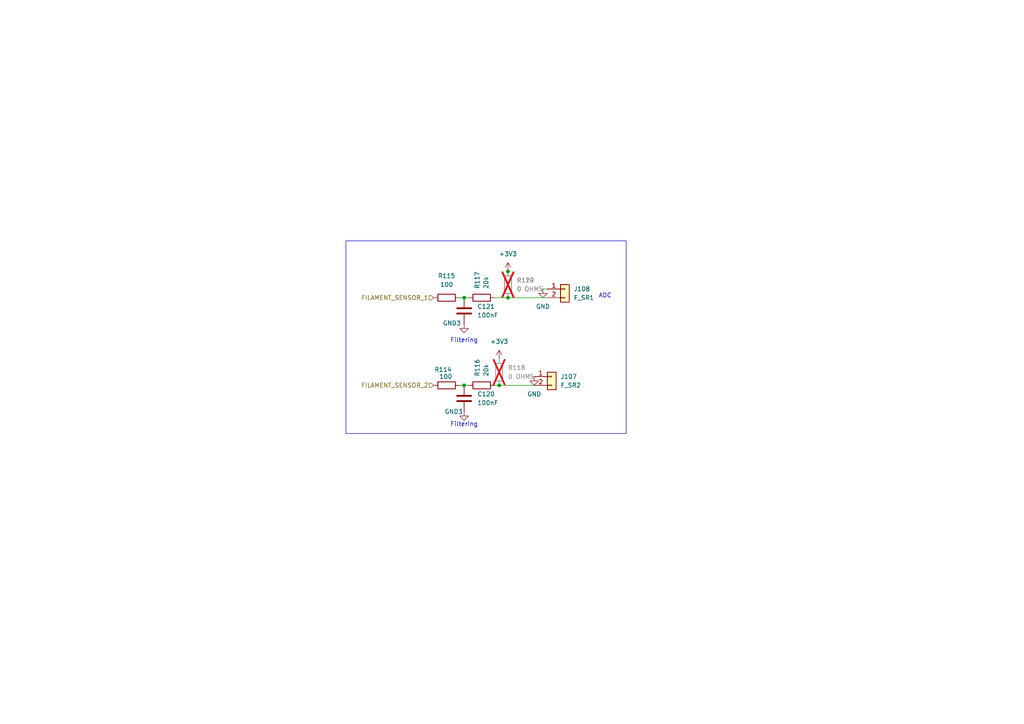
<source format=kicad_sch>
(kicad_sch (version 20250114) (generator "eeschema") (generator_version "9.0")
  (paper "A4")
  (lib_symbols
    (symbol "Connector_Generic:Conn_01x02" (pin_names (offset 1.016) (hide yes))
      (property "Reference" "J" (at 0 2.54 0))
      (property "Value" "Conn_01x02" (at 0 -5.08 0))
      (symbol "Conn_01x02_1_1"
        (rectangle (start -1.27 1.27) (end 1.27 -3.81) (stroke (width 0.254)) (fill (type background)))
        (rectangle (start -1.27 0.127) (end 0 -0.127) (stroke (width 0.1524)))
        (rectangle (start -1.27 -2.413) (end 0 -2.667) (stroke (width 0.1524)))
        (pin passive line (at -5.08 0 0) (length 3.81) (name "Pin_1") (number "1"))
        (pin passive line (at -5.08 -2.54 0) (length 3.81) (name "Pin_2") (number "2"))
      )
    )
    (symbol "Device:C" (pin_numbers (hide yes)) (pin_names (offset 0.254))
      (property "Reference" "C" (at 0.635 2.54 0))
      (property "Value" "C" (at 0.635 -2.54 0))
      (symbol "C_0_1"
        (polyline (pts (xy -2.032 0.762) (xy 2.032 0.762)) (stroke (width 0.508)))
        (polyline (pts (xy -2.032 -0.762) (xy 2.032 -0.762)) (stroke (width 0.508)))
      )
      (symbol "C_1_1"
        (pin passive line (at 0 3.81 270) (length 2.794) (name "~") (number "1"))
        (pin passive line (at 0 -3.81 90) (length 2.794) (name "~") (number "2"))
      )
    )
    (symbol "Device:R" (pin_numbers (hide yes)) (pin_names (offset 0))
      (property "Reference" "R" (at 2.032 0 90))
      (property "Value" "R" (at 0 0 90))
      (symbol "R_0_1"
        (rectangle (start -1.016 -2.54) (end 1.016 2.54) (stroke (width 0.254)))
      )
      (symbol "R_1_1"
        (pin passive line (at 0 3.81 270) (length 1.27) (name "~") (number "1"))
        (pin passive line (at 0 -3.81 90) (length 1.27) (name "~") (number "2"))
      )
    )
    (symbol "power:+3V3" (power) (pin_numbers (hide yes)) (pin_names (offset 0) (hide yes))
      (property "Value" "+3V3" (at 0 3.556 0))
      (symbol "+3V3_0_1"
        (polyline (pts (xy -0.762 1.27) (xy 0 2.54)))
        (polyline (pts (xy 0 2.54) (xy 0.762 1.27)))
        (polyline (pts (xy 0 0) (xy 0 2.54)))
      )
      (symbol "+3V3_1_1"
        (pin power_in line (at 0 0 90) (length 0) (name "~") (number "1"))
      )
    )
    (symbol "power:GND" (power) (pin_numbers (hide yes)) (pin_names (offset 0) (hide yes))
      (property "Value" "GND" (at 0 -3.81 0))
      (symbol "GND_0_1"
        (polyline (pts (xy 0 0) (xy 0 -1.27) (xy 1.27 -1.27) (xy 0 -2.54) (xy -1.27 -1.27) (xy 0 -1.27)))
      )
      (symbol "GND_1_1"
        (pin power_in line (at 0 0 270) (length 0) (name "~") (number "1"))
      )
    )
    (symbol "power:GND3" (power) (pin_numbers (hide yes)) (pin_names (offset 0) (hide yes))
      (property "Value" "GND3" (at 0 -3.81 0))
      (symbol "GND3_0_1"
        (polyline (pts (xy 0 0) (xy 0 -1.27) (xy 1.27 -1.27) (xy 0 -2.54) (xy -1.27 -1.27) (xy 0 -1.27)))
      )
      (symbol "GND3_1_1"
        (pin power_in line (at 0 0 270) (length 0) (name "~") (number "1"))
      )
    )
  )
  (rectangle (start 100.33 69.85) (end 181.61 125.73))
  (text "Filtering" (at 134.62 98.806 0) (effects (font (size 1.27 1.27))))
  (text "Filtering" (at 134.62 123.19 0) (effects (font (size 1.27 1.27))))
  (text "ADC" (at 175.514 85.852 0) (effects (font (size 1.27 1.27))))
  (junction (at 144.78 111.76))
  (junction (at 147.32 86.36))
  (junction (at 147.32 78.74))
  (junction (at 134.62 111.76))
  (junction (at 134.62 86.36))
  (wire (pts (xy 133.35 111.76) (xy 134.62 111.76)))
  (wire (pts (xy 134.62 86.36) (xy 135.89 86.36)))
  (wire (pts (xy 157.48 83.82) (xy 158.75 83.82)))
  (wire (pts (xy 134.62 111.76) (xy 135.89 111.76)))
  (wire (pts (xy 144.78 111.76) (xy 154.94 111.76)))
  (wire (pts (xy 133.35 86.36) (xy 134.62 86.36)))
  (wire (pts (xy 147.32 86.36) (xy 158.75 86.36)))
  (wire (pts (xy 143.51 111.76) (xy 144.78 111.76)))
  (wire (pts (xy 143.51 86.36) (xy 147.32 86.36)))
  (hierarchical_label "FILAMENT_SENSOR_1" (shape input) (at 125.73 86.36 180))
  (hierarchical_label "FILAMENT_SENSOR_2" (shape input) (at 125.73 111.76 180))
  (symbol (lib_id "power:GND3") (at 134.62 93.98 0) (unit 1)
    (property "Reference" "#PWR0140" (effects (hide yes)))
    (property "Value" "GND3" (at 131.064 93.726 0))
    (property "Description" "Power symbol creates a global label with name \"GND3\" , ground" (effects (hide yes)))
  )
  (symbol (lib_id "Device:C") (at 134.62 90.17 0) (unit 1)
    (property "Reference" "C121" (at 138.43 88.8999 0) (effects (justify left)))
    (property "Value" "100nF" (at 138.43 91.4399 0) (effects (justify left)))
    (property "Footprint" "Capacitor_SMD:C_0402_1005Metric" (effects (hide yes)))
    (property "Description" "Unpolarized capacitor" (effects (hide yes)))
  )
  (symbol (lib_id "Device:R") (at 129.54 86.36 90) (unit 1)
    (property "Reference" "R115" (at 129.54 80.01 90))
    (property "Value" "100" (at 129.54 82.55 90))
    (property "Footprint" "Resistor_SMD:R_0402_1005Metric" (effects (hide yes)))
    (property "Description" "Resistor" (effects (hide yes)))
  )
  (symbol (lib_id "Connector_Generic:Conn_01x02") (at 163.83 83.82 0) (unit 1) (in_bom no)
    (property "Reference" "J108" (at 166.37 83.8199 0) (effects (justify left)))
    (property "Value" "F_SR1" (at 166.37 86.3599 0) (effects (justify left)))
    (property "Footprint" "Connector_JST:JST_PH_B2B-PH-K_1x02_P2.00mm_Vertical" (effects (hide yes)))
    (property "Description" "Generic connector, single row, 01x02, script generated (kicad-library-utils/schlib/autogen/connector/)" (effects (hide yes)))
  )
  (symbol (lib_id "power:GND") (at 154.94 109.22 0) (unit 1)
    (property "Reference" "#PWR0143" (effects (hide yes)))
    (property "Value" "GND" (at 154.94 114.3 0))
    (property "Description" "Power symbol creates a global label with name \"GND\" , ground" (effects (hide yes)))
  )
  (symbol (lib_id "power:GND3") (at 134.62 119.38 0) (unit 1)
    (property "Reference" "#PWR0139" (effects (hide yes)))
    (property "Value" "GND3" (at 131.572 119.38 0))
    (property "Description" "Power symbol creates a global label with name \"GND3\" , ground" (effects (hide yes)))
  )
  (symbol (lib_id "power:+3V3") (at 147.32 78.74 0) (unit 1)
    (property "Reference" "#PWR0142" (effects (hide yes)))
    (property "Value" "+3V3" (at 147.32 73.66 0))
    (property "Description" "Power symbol creates a global label with name \"+3V3\"" (effects (hide yes)))
  )
  (symbol (lib_id "power:GND") (at 157.48 83.82 0) (unit 1)
    (property "Reference" "#PWR0144" (effects (hide yes)))
    (property "Value" "GND" (at 157.48 88.9 0))
    (property "Description" "Power symbol creates a global label with name \"GND\" , ground" (effects (hide yes)))
  )
  (symbol (lib_id "Device:R") (at 147.32 82.55 0) (unit 1) (exclude_from_sim yes) (in_bom no) (on_board no) (dnp yes)
    (property "Reference" "R119" (at 149.86 81.2799 0) (effects (justify left)))
    (property "Value" "0 OHMS" (at 149.86 83.8199 0) (effects (justify left)))
    (property "Description" "Resistor" (effects (hide yes)))
  )
  (symbol (lib_id "Device:R") (at 129.54 111.76 90) (unit 1)
    (property "Reference" "R114" (at 128.524 107.188 90))
    (property "Value" "100" (at 129.286 109.22 90))
    (property "Footprint" "Resistor_SMD:R_0402_1005Metric" (effects (hide yes)))
    (property "Description" "Resistor" (effects (hide yes)))
  )
  (symbol (lib_id "Device:R") (at 139.7 86.36 90) (unit 1)
    (property "Reference" "R117" (at 138.4299 83.82 0) (effects (justify left)))
    (property "Value" "20k" (at 140.9699 83.82 0) (effects (justify left)))
    (property "Footprint" "Resistor_SMD:R_0402_1005Metric" (effects (hide yes)))
    (property "Description" "Resistor" (effects (hide yes)))
  )
  (symbol (lib_id "power:+3V3") (at 144.78 104.14 0) (unit 1)
    (property "Reference" "#PWR0141" (effects (hide yes)))
    (property "Value" "+3V3" (at 144.78 99.06 0))
    (property "Description" "Power symbol creates a global label with name \"+3V3\"" (effects (hide yes)))
  )
  (symbol (lib_id "Device:R") (at 147.32 82.55 0) (unit 1) (exclude_from_sim yes) (in_bom no) (on_board no) (dnp yes)
    (property "Reference" "R120" (at 149.86 81.2799 0) (effects (justify left)))
    (property "Value" "0 OHMS" (at 149.86 83.8199 0) (effects (justify left)))
    (property "Description" "Resistor" (effects (hide yes)))
  )
  (symbol (lib_id "Device:C") (at 134.62 115.57 0) (unit 1)
    (property "Reference" "C120" (at 138.43 114.2999 0) (effects (justify left)))
    (property "Value" "100nF" (at 138.43 116.8399 0) (effects (justify left)))
    (property "Footprint" "Capacitor_SMD:C_0402_1005Metric" (effects (hide yes)))
    (property "Description" "Unpolarized capacitor" (effects (hide yes)))
  )
  (symbol (lib_id "Device:R") (at 144.78 107.95 0) (unit 1) (exclude_from_sim yes) (in_bom no) (on_board no) (dnp yes)
    (property "Reference" "R118" (at 147.32 106.6799 0) (effects (justify left)))
    (property "Value" "0 OHMS" (at 147.32 109.2199 0) (effects (justify left)))
    (property "Description" "Resistor" (effects (hide yes)))
  )
  (symbol (lib_id "Connector_Generic:Conn_01x02") (at 160.02 109.22 0) (unit 1) (in_bom no)
    (property "Reference" "J107" (at 162.56 109.2199 0) (effects (justify left)))
    (property "Value" "F_SR2" (at 162.56 111.7599 0) (effects (justify left)))
    (property "Footprint" "Connector_JST:JST_PH_B2B-PH-K_1x02_P2.00mm_Vertical" (effects (hide yes)))
    (property "Description" "Generic connector, single row, 01x02, script generated (kicad-library-utils/schlib/autogen/connector/)" (effects (hide yes)))
  )
  (symbol (lib_id "Device:R") (at 139.7 111.76 90) (unit 1)
    (property "Reference" "R116" (at 138.4299 109.22 0) (effects (justify left)))
    (property "Value" "20k" (at 140.9699 109.22 0) (effects (justify left)))
    (property "Footprint" "Resistor_SMD:R_0402_1005Metric" (effects (hide yes)))
    (property "Description" "Resistor" (effects (hide yes)))
  )
)
</source>
